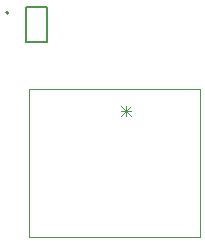
<source format=gbr>
G04*
G04 #@! TF.GenerationSoftware,Altium Limited,Altium Designer,23.0.1 (38)*
G04*
G04 Layer_Color=16711935*
%FSLAX25Y25*%
%MOIN*%
G70*
G04*
G04 #@! TF.SameCoordinates,8278F28E-5B15-4BE8-8149-663F5D52C5DE*
G04*
G04*
G04 #@! TF.FilePolarity,Positive*
G04*
G01*
G75*
%ADD11C,0.00787*%
%ADD13C,0.00500*%
%ADD14C,0.00300*%
%ADD79C,0.00100*%
D11*
X100650Y108197D02*
G03*
X100650Y108197I-394J0D01*
G01*
D13*
X106634Y98354D02*
Y110165D01*
X113563D01*
Y98354D02*
Y110165D01*
X106634Y98354D02*
X113563D01*
D14*
X141615Y77240D02*
X138283Y73908D01*
Y77240D02*
X141615Y73908D01*
X139949Y77240D02*
Y73908D01*
X138283Y75574D02*
X141615D01*
D79*
X107450Y82600D02*
X164550D01*
X107450Y33400D02*
X164550D01*
X107450D02*
Y82600D01*
X164550Y33400D02*
Y82600D01*
M02*

</source>
